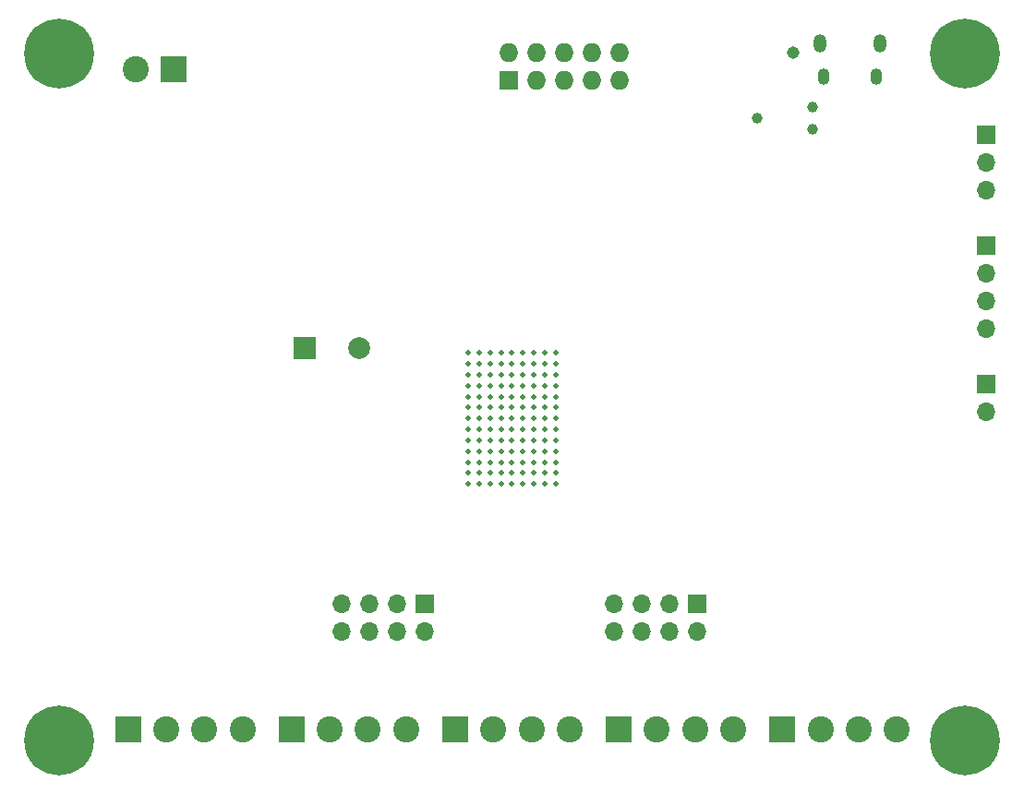
<source format=gbs>
G04 #@! TF.FileFunction,Soldermask,Bot*
%FSLAX46Y46*%
G04 Gerber Fmt 4.6, Leading zero omitted, Abs format (unit mm)*
G04 Created by KiCad (PCBNEW 4.0.7) date Saturday, September 09, 2017 'AMt' 08:37:02 AM*
%MOMM*%
%LPD*%
G01*
G04 APERTURE LIST*
%ADD10C,0.100000*%
%ADD11C,0.500000*%
%ADD12R,2.000000X2.000000*%
%ADD13C,2.000000*%
%ADD14C,2.400000*%
%ADD15R,2.400000X2.400000*%
%ADD16C,0.990600*%
%ADD17R,1.727200X1.727200*%
%ADD18O,1.727200X1.727200*%
%ADD19R,1.700000X1.700000*%
%ADD20O,1.700000X1.700000*%
%ADD21O,1.100000X1.500000*%
%ADD22O,1.200000X1.700000*%
%ADD23C,1.143000*%
%ADD24C,6.400000*%
G04 APERTURE END LIST*
D10*
D11*
X209000000Y-84000000D03*
X210000000Y-84000000D03*
X211000000Y-84000000D03*
X212000000Y-84000000D03*
X213000000Y-84000000D03*
X214000000Y-84000000D03*
X215000000Y-84000000D03*
X216000000Y-84000000D03*
X217000000Y-84000000D03*
X209000000Y-83000000D03*
X210000000Y-83000000D03*
X211000000Y-83000000D03*
X212000000Y-83000000D03*
X213000000Y-83000000D03*
X214000000Y-83000000D03*
X215000000Y-83000000D03*
X216000000Y-83000000D03*
X217000000Y-83000000D03*
X209000000Y-82000000D03*
X210000000Y-82000000D03*
X211000000Y-82000000D03*
X212000000Y-82000000D03*
X213000000Y-82000000D03*
X214000000Y-82000000D03*
X215000000Y-82000000D03*
X216000000Y-82000000D03*
X217000000Y-82000000D03*
X209000000Y-81000000D03*
X210000000Y-81000000D03*
X211000000Y-81000000D03*
X212000000Y-81000000D03*
X213000000Y-81000000D03*
X214000000Y-81000000D03*
X215000000Y-81000000D03*
X216000000Y-81000000D03*
X217000000Y-81000000D03*
X209000000Y-80000000D03*
X210000000Y-80000000D03*
X211000000Y-80000000D03*
X212000000Y-80000000D03*
X213000000Y-80000000D03*
X214000000Y-80000000D03*
X215000000Y-80000000D03*
X216000000Y-80000000D03*
X217000000Y-80000000D03*
X209000000Y-79000000D03*
X210000000Y-79000000D03*
X211000000Y-79000000D03*
X212000000Y-79000000D03*
X213000000Y-79000000D03*
X214000000Y-79000000D03*
X215000000Y-79000000D03*
X216000000Y-79000000D03*
X217000000Y-79000000D03*
X209000000Y-78000000D03*
X210000000Y-78000000D03*
X211000000Y-78000000D03*
X212000000Y-78000000D03*
X213000000Y-78000000D03*
X214000000Y-78000000D03*
X215000000Y-78000000D03*
X216000000Y-78000000D03*
X217000000Y-78000000D03*
X209000000Y-77000000D03*
X210000000Y-77000000D03*
X211000000Y-77000000D03*
X212000000Y-77000000D03*
X213000000Y-77000000D03*
X214000000Y-77000000D03*
X215000000Y-77000000D03*
X216000000Y-77000000D03*
X217000000Y-77000000D03*
X209000000Y-76000000D03*
X210000000Y-76000000D03*
X211000000Y-76000000D03*
X212000000Y-76000000D03*
X213000000Y-76000000D03*
X214000000Y-76000000D03*
X215000000Y-76000000D03*
X216000000Y-76000000D03*
X217000000Y-76000000D03*
X209000000Y-75000000D03*
X210000000Y-75000000D03*
X211000000Y-75000000D03*
X212000000Y-75000000D03*
X213000000Y-75000000D03*
X214000000Y-75000000D03*
X215000000Y-75000000D03*
X216000000Y-75000000D03*
X217000000Y-75000000D03*
X209000000Y-74000000D03*
X210000000Y-74000000D03*
X211000000Y-74000000D03*
X212000000Y-74000000D03*
X213000000Y-74000000D03*
X214000000Y-74000000D03*
X215000000Y-74000000D03*
X216000000Y-74000000D03*
X217000000Y-74000000D03*
X209000000Y-73000000D03*
X210000000Y-73000000D03*
X211000000Y-73000000D03*
X212000000Y-73000000D03*
X213000000Y-73000000D03*
X214000000Y-73000000D03*
X215000000Y-73000000D03*
X216000000Y-73000000D03*
X217000000Y-73000000D03*
X209000000Y-72000000D03*
X210000000Y-72000000D03*
X211000000Y-72000000D03*
X212000000Y-72000000D03*
X213000000Y-72000000D03*
X214000000Y-72000000D03*
X215000000Y-72000000D03*
X216000000Y-72000000D03*
X217000000Y-72000000D03*
D12*
X194000000Y-71500000D03*
D13*
X199000000Y-71500000D03*
D14*
X178500000Y-46000000D03*
D15*
X182000000Y-46000000D03*
D16*
X240540000Y-49484000D03*
X240540000Y-51516000D03*
X235460000Y-50500000D03*
D17*
X212725000Y-46990000D03*
D18*
X212725000Y-44450000D03*
X215265000Y-46990000D03*
X215265000Y-44450000D03*
X217805000Y-46990000D03*
X217805000Y-44450000D03*
X220345000Y-46990000D03*
X220345000Y-44450000D03*
X222885000Y-46990000D03*
X222885000Y-44450000D03*
D14*
X184800000Y-106500000D03*
X188300000Y-106500000D03*
X181300000Y-106500000D03*
D15*
X177800000Y-106500000D03*
D14*
X199800000Y-106500000D03*
X203300000Y-106500000D03*
X196300000Y-106500000D03*
D15*
X192800000Y-106500000D03*
D14*
X214800000Y-106500000D03*
X218300000Y-106500000D03*
X211300000Y-106500000D03*
D15*
X207800000Y-106500000D03*
D14*
X229800000Y-106500000D03*
X233300000Y-106500000D03*
X226300000Y-106500000D03*
D15*
X222800000Y-106500000D03*
D14*
X244800000Y-106500000D03*
X248300000Y-106500000D03*
X241300000Y-106500000D03*
D15*
X237800000Y-106500000D03*
D19*
X256500000Y-52000000D03*
D20*
X256500000Y-54540000D03*
X256500000Y-57080000D03*
D19*
X256500000Y-62160000D03*
D20*
X256500000Y-64700000D03*
X256500000Y-67240000D03*
X256500000Y-69780000D03*
D21*
X246425000Y-46625000D03*
X241575000Y-46625000D03*
D22*
X246725000Y-43625000D03*
X241275000Y-43625000D03*
D23*
X238760000Y-44450000D03*
D19*
X256500000Y-74860000D03*
D20*
X256500000Y-77400000D03*
D19*
X205000000Y-95000000D03*
D20*
X205000000Y-97540000D03*
X202460000Y-95000000D03*
X202460000Y-97540000D03*
X199920000Y-95000000D03*
X199920000Y-97540000D03*
X197380000Y-95000000D03*
X197380000Y-97540000D03*
D19*
X230000000Y-95000000D03*
D20*
X230000000Y-97540000D03*
X227460000Y-95000000D03*
X227460000Y-97540000D03*
X224920000Y-95000000D03*
X224920000Y-97540000D03*
X222380000Y-95000000D03*
X222380000Y-97540000D03*
D24*
X171500000Y-44500000D03*
X254500000Y-44500000D03*
X171500000Y-107500000D03*
X254500000Y-107500000D03*
M02*

</source>
